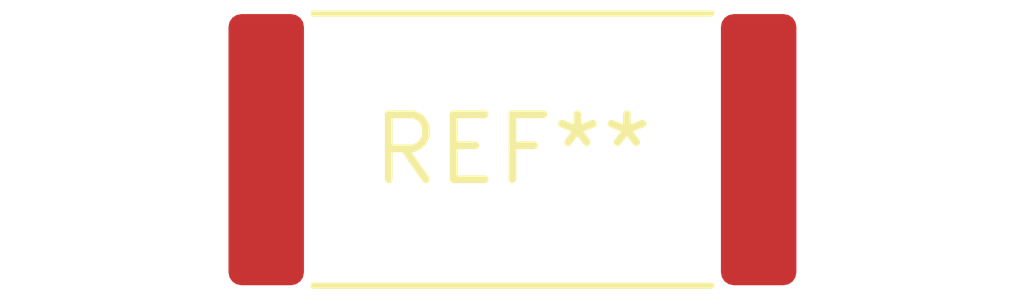
<source format=kicad_pcb>
(kicad_pcb (version 20240108) (generator pcbnew)
  (layers (0 "F.Cu" signal) (31 "B.Cu" signal) (34 "B.Paste" user) (35 "F.Paste" user) (36 "B.SilkS" user "B.Silkscreen") (37 "F.SilkS" user "F.Silkscreen") (38 "B.Mask" user) (39 "F.Mask" user) (44 "Edge.Cuts" user))
  (net 0 "")
  (footprint "R_4020_10251Metric" (layer "F.Cu") (at 0 0)
    (property "Reference" "REF**")
    (property "Value" "R_4020_10251Metric")
    (fp_line (start -3.886252 -2.66) (end 3.886252 -2.66) (layer "F.SilkS") (stroke (width 0.12)))
    (fp_line (start -3.886252 2.66) (end 3.886252 2.66) (layer "F.SilkS") (stroke (width 0.12)))
    (pad "1" smd roundrect (at -4.8125 0) (size 1.475 5.3) (layers "F.Cu" "F.Paste" "F.Mask") (roundrect_rratio 0.169492))
    (pad "2" smd roundrect (at 4.8125 0) (size 1.475 5.3) (layers "F.Cu" "F.Paste" "F.Mask") (roundrect_rratio 0.169492))
  )
)
</source>
